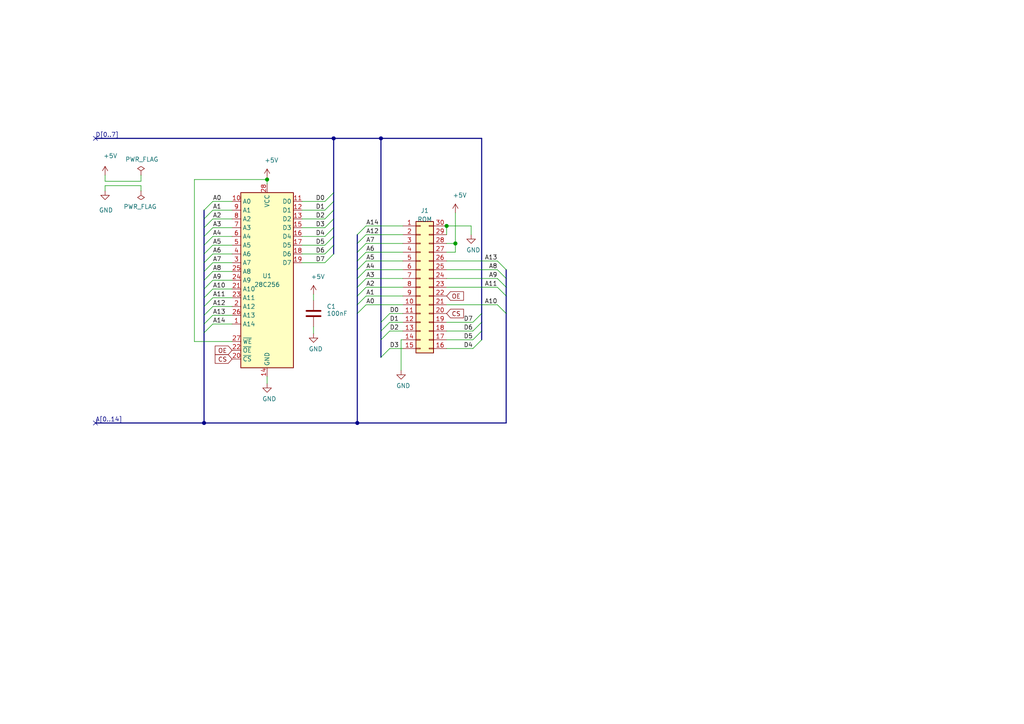
<source format=kicad_sch>
(kicad_sch (version 20201015) (generator eeschema)
  (paper "A4")
  (lib_symbols
    (symbol "Connector_Generic:Conn_02x15_Counter_Clockwise" (pin_names (offset 1.016) hide)
      (property "Reference" "J" (at 1.27 20.32 0))
      (property "Value" "Conn_02x15_Counter_Clockwise" (at 1.27 -20.32 0))
      (symbol "Conn_02x15_Counter_Clockwise_1_1"
        (rectangle (start -1.27 -4.953) (end 0 -5.207) (stroke (width 0.1524)))
        (rectangle (start -1.27 -7.493) (end 0 -7.747) (stroke (width 0.1524)))
        (rectangle (start -1.27 -10.033) (end 0 -10.287) (stroke (width 0.1524)))
        (rectangle (start -1.27 -12.573) (end 0 -12.827) (stroke (width 0.1524)))
        (rectangle (start -1.27 -15.113) (end 0 -15.367) (stroke (width 0.1524)))
        (rectangle (start -1.27 -17.653) (end 0 -17.907) (stroke (width 0.1524)))
        (rectangle (start -1.27 -2.413) (end 0 -2.667) (stroke (width 0.1524)))
        (rectangle (start -1.27 2.667) (end 0 2.413) (stroke (width 0.1524)))
        (rectangle (start -1.27 5.207) (end 0 4.953) (stroke (width 0.1524)))
        (rectangle (start -1.27 7.747) (end 0 7.493) (stroke (width 0.1524)))
        (rectangle (start -1.27 10.287) (end 0 10.033) (stroke (width 0.1524)))
        (rectangle (start -1.27 0.127) (end 0 -0.127) (stroke (width 0.1524)))
        (rectangle (start -1.27 12.827) (end 0 12.573) (stroke (width 0.1524)))
        (rectangle (start -1.27 15.367) (end 0 15.113) (stroke (width 0.1524)))
        (rectangle (start -1.27 17.907) (end 0 17.653) (stroke (width 0.1524)))
        (rectangle (start -1.27 19.05) (end 3.81 -19.05) (stroke (width 0.254)) (fill (type background)))
        (rectangle (start 3.81 -4.953) (end 2.54 -5.207) (stroke (width 0.1524)))
        (rectangle (start 3.81 -7.493) (end 2.54 -7.747) (stroke (width 0.1524)))
        (rectangle (start 3.81 -10.033) (end 2.54 -10.287) (stroke (width 0.1524)))
        (rectangle (start 3.81 -12.573) (end 2.54 -12.827) (stroke (width 0.1524)))
        (rectangle (start 3.81 -15.113) (end 2.54 -15.367) (stroke (width 0.1524)))
        (rectangle (start 3.81 -17.653) (end 2.54 -17.907) (stroke (width 0.1524)))
        (rectangle (start 3.81 -2.413) (end 2.54 -2.667) (stroke (width 0.1524)))
        (rectangle (start 3.81 2.667) (end 2.54 2.413) (stroke (width 0.1524)))
        (rectangle (start 3.81 5.207) (end 2.54 4.953) (stroke (width 0.1524)))
        (rectangle (start 3.81 7.747) (end 2.54 7.493) (stroke (width 0.1524)))
        (rectangle (start 3.81 10.287) (end 2.54 10.033) (stroke (width 0.1524)))
        (rectangle (start 3.81 0.127) (end 2.54 -0.127) (stroke (width 0.1524)))
        (rectangle (start 3.81 12.827) (end 2.54 12.573) (stroke (width 0.1524)))
        (rectangle (start 3.81 15.367) (end 2.54 15.113) (stroke (width 0.1524)))
        (rectangle (start 3.81 17.907) (end 2.54 17.653) (stroke (width 0.1524)))
        (pin passive line (at -5.08 17.78 0) (length 3.81) (name "Pin_1") (number "1"))
        (pin passive line (at -5.08 -5.08 0) (length 3.81) (name "Pin_10") (number "10"))
        (pin passive line (at -5.08 -7.62 0) (length 3.81) (name "Pin_11") (number "11"))
        (pin passive line (at -5.08 -10.16 0) (length 3.81) (name "Pin_12") (number "12"))
        (pin passive line (at -5.08 -12.7 0) (length 3.81) (name "Pin_13") (number "13"))
        (pin passive line (at -5.08 -15.24 0) (length 3.81) (name "Pin_14") (number "14"))
        (pin passive line (at -5.08 -17.78 0) (length 3.81) (name "Pin_15") (number "15"))
        (pin passive line (at 7.62 -17.78 180) (length 3.81) (name "Pin_16") (number "16"))
        (pin passive line (at 7.62 -15.24 180) (length 3.81) (name "Pin_17") (number "17"))
        (pin passive line (at 7.62 -12.7 180) (length 3.81) (name "Pin_18") (number "18"))
        (pin passive line (at 7.62 -10.16 180) (length 3.81) (name "Pin_19") (number "19"))
        (pin passive line (at -5.08 15.24 0) (length 3.81) (name "Pin_2") (number "2"))
        (pin passive line (at 7.62 -7.62 180) (length 3.81) (name "Pin_20") (number "20"))
        (pin passive line (at 7.62 -5.08 180) (length 3.81) (name "Pin_21") (number "21"))
        (pin passive line (at 7.62 -2.54 180) (length 3.81) (name "Pin_22") (number "22"))
        (pin passive line (at 7.62 0 180) (length 3.81) (name "Pin_23") (number "23"))
        (pin passive line (at 7.62 2.54 180) (length 3.81) (name "Pin_24") (number "24"))
        (pin passive line (at 7.62 5.08 180) (length 3.81) (name "Pin_25") (number "25"))
        (pin passive line (at 7.62 7.62 180) (length 3.81) (name "Pin_26") (number "26"))
        (pin passive line (at 7.62 10.16 180) (length 3.81) (name "Pin_27") (number "27"))
        (pin passive line (at 7.62 12.7 180) (length 3.81) (name "Pin_28") (number "28"))
        (pin passive line (at 7.62 15.24 180) (length 3.81) (name "Pin_29") (number "29"))
        (pin passive line (at -5.08 12.7 0) (length 3.81) (name "Pin_3") (number "3"))
        (pin passive line (at 7.62 17.78 180) (length 3.81) (name "Pin_30") (number "30"))
        (pin passive line (at -5.08 10.16 0) (length 3.81) (name "Pin_4") (number "4"))
        (pin passive line (at -5.08 7.62 0) (length 3.81) (name "Pin_5") (number "5"))
        (pin passive line (at -5.08 5.08 0) (length 3.81) (name "Pin_6") (number "6"))
        (pin passive line (at -5.08 2.54 0) (length 3.81) (name "Pin_7") (number "7"))
        (pin passive line (at -5.08 0 0) (length 3.81) (name "Pin_8") (number "8"))
        (pin passive line (at -5.08 -2.54 0) (length 3.81) (name "Pin_9") (number "9"))
      )
    )
    (symbol "Device:C" (pin_numbers hide) (pin_names (offset 0.254))
      (property "Reference" "C" (at 0.635 2.54 0))
      (property "Value" "C" (at 0.635 -2.54 0))
      (symbol "C_0_1"
        (polyline (pts (xy -2.032 -0.762) (xy 2.032 -0.762)) (stroke (width 0.508)))
        (polyline (pts (xy -2.032 0.762) (xy 2.032 0.762)) (stroke (width 0.508)))
      )
      (symbol "C_1_1"
        (pin passive line (at 0 3.81 270) (length 2.794) (name "~") (number "1"))
        (pin passive line (at 0 -3.81 90) (length 2.794) (name "~") (number "2"))
      )
    )
    (symbol "Memory_EEPROM:28C256"
      (property "Reference" "U" (at -7.62 26.67 0))
      (property "Value" "28C256" (at 2.54 -26.67 0))
      (symbol "28C256_1_1"
        (rectangle (start -7.62 25.4) (end 7.62 -25.4) (stroke (width 0.254)) (fill (type background)))
        (pin input line (at -10.16 -12.7 0) (length 2.54) (name "A14") (number "1"))
        (pin input line (at -10.16 22.86 0) (length 2.54) (name "A0") (number "10"))
        (pin tri_state line (at 10.16 22.86 180) (length 2.54) (name "D0") (number "11"))
        (pin tri_state line (at 10.16 20.32 180) (length 2.54) (name "D1") (number "12"))
        (pin tri_state line (at 10.16 17.78 180) (length 2.54) (name "D2") (number "13"))
        (pin power_in line (at 0 -27.94 90) (length 2.54) (name "GND") (number "14"))
        (pin tri_state line (at 10.16 15.24 180) (length 2.54) (name "D3") (number "15"))
        (pin tri_state line (at 10.16 12.7 180) (length 2.54) (name "D4") (number "16"))
        (pin tri_state line (at 10.16 10.16 180) (length 2.54) (name "D5") (number "17"))
        (pin tri_state line (at 10.16 7.62 180) (length 2.54) (name "D6") (number "18"))
        (pin tri_state line (at 10.16 5.08 180) (length 2.54) (name "D7") (number "19"))
        (pin input line (at -10.16 -7.62 0) (length 2.54) (name "A12") (number "2"))
        (pin input line (at -10.16 -22.86 0) (length 2.54) (name "~CS") (number "20"))
        (pin input line (at -10.16 -2.54 0) (length 2.54) (name "A10") (number "21"))
        (pin input line (at -10.16 -20.32 0) (length 2.54) (name "~OE") (number "22"))
        (pin input line (at -10.16 -5.08 0) (length 2.54) (name "A11") (number "23"))
        (pin input line (at -10.16 0 0) (length 2.54) (name "A9") (number "24"))
        (pin input line (at -10.16 2.54 0) (length 2.54) (name "A8") (number "25"))
        (pin input line (at -10.16 -10.16 0) (length 2.54) (name "A13") (number "26"))
        (pin input line (at -10.16 -17.78 0) (length 2.54) (name "~WE") (number "27"))
        (pin power_in line (at 0 27.94 270) (length 2.54) (name "VCC") (number "28"))
        (pin input line (at -10.16 5.08 0) (length 2.54) (name "A7") (number "3"))
        (pin input line (at -10.16 7.62 0) (length 2.54) (name "A6") (number "4"))
        (pin input line (at -10.16 10.16 0) (length 2.54) (name "A5") (number "5"))
        (pin input line (at -10.16 12.7 0) (length 2.54) (name "A4") (number "6"))
        (pin input line (at -10.16 15.24 0) (length 2.54) (name "A3") (number "7"))
        (pin input line (at -10.16 17.78 0) (length 2.54) (name "A2") (number "8"))
        (pin input line (at -10.16 20.32 0) (length 2.54) (name "A1") (number "9"))
      )
    )
    (symbol "power:+5V" (power) (pin_names (offset 0))
      (property "Value" "+5V" (at 0 3.556 0))
      (symbol "+5V_0_1"
        (polyline (pts (xy -0.762 1.27) (xy 0 2.54)))
        (polyline (pts (xy 0 0) (xy 0 2.54)))
        (polyline (pts (xy 0 2.54) (xy 0.762 1.27)))
      )
      (symbol "+5V_1_1"
        (pin power_in line (at 0 0 90) (length 0) hide (name "+5V") (number "1"))
      )
    )
    (symbol "power:GND" (power) (pin_names (offset 0))
      (property "Value" "GND" (at 0 -3.81 0))
      (symbol "GND_0_1"
        (polyline (pts (xy 0 0) (xy 0 -1.27) (xy 1.27 -1.27) (xy 0 -2.54) (xy -1.27 -1.27) (xy 0 -1.27)))
      )
      (symbol "GND_1_1"
        (pin power_in line (at 0 0 270) (length 0) hide (name "GND") (number "1"))
      )
    )
    (symbol "power:PWR_FLAG" (power) (pin_numbers hide) (pin_names (offset 0) hide)
      (property "Value" "PWR_FLAG" (at 0 3.81 0))
      (symbol "PWR_FLAG_0_0"
        (pin power_out line (at 0 0 90) (length 0) (name "pwr") (number "1"))
      )
      (symbol "PWR_FLAG_0_1"
        (polyline (pts (xy 0 0) (xy 0 1.27) (xy -1.016 1.905) (xy 0 2.54) (xy 1.016 1.905) (xy 0 1.27)))
      )
    )
  )
  (junction (at 77.47 52.07) (diameter 1.016))
  (junction (at 129.54 65.532) (diameter 1.016))
  (junction (at 132.08 70.612) (diameter 1.016))
  (junction (at 59.182 122.682) (diameter 1.016))
  (junction (at 96.774 40.132) (diameter 1.016))
  (junction (at 103.632 122.682) (diameter 1.016))
  (junction (at 110.49 40.132) (diameter 1.016))
  (no_connect (at 27.686 40.132))
  (no_connect (at 27.686 122.682))
  (bus_entry (at 59.182 60.96) (size 2.54 -2.54) (stroke (width 0.1524)))
  (bus_entry (at 59.182 63.5) (size 2.54 -2.54) (stroke (width 0.1524)))
  (bus_entry (at 59.182 66.04) (size 2.54 -2.54) (stroke (width 0.1524)))
  (bus_entry (at 59.182 68.58) (size 2.54 -2.54) (stroke (width 0.1524)))
  (bus_entry (at 59.182 71.12) (size 2.54 -2.54) (stroke (width 0.1524)))
  (bus_entry (at 59.182 73.66) (size 2.54 -2.54) (stroke (width 0.1524)))
  (bus_entry (at 59.182 76.2) (size 2.54 -2.54) (stroke (width 0.1524)))
  (bus_entry (at 59.182 78.74) (size 2.54 -2.54) (stroke (width 0.1524)))
  (bus_entry (at 59.182 81.28) (size 2.54 -2.54) (stroke (width 0.1524)))
  (bus_entry (at 59.182 83.82) (size 2.54 -2.54) (stroke (width 0.1524)))
  (bus_entry (at 59.182 86.36) (size 2.54 -2.54) (stroke (width 0.1524)))
  (bus_entry (at 59.182 88.9) (size 2.54 -2.54) (stroke (width 0.1524)))
  (bus_entry (at 59.182 91.44) (size 2.54 -2.54) (stroke (width 0.1524)))
  (bus_entry (at 59.182 93.98) (size 2.54 -2.54) (stroke (width 0.1524)))
  (bus_entry (at 59.182 96.52) (size 2.54 -2.54) (stroke (width 0.1524)))
  (bus_entry (at 94.234 58.42) (size 2.54 -2.54) (stroke (width 0.1524)))
  (bus_entry (at 94.234 60.96) (size 2.54 -2.54) (stroke (width 0.1524)))
  (bus_entry (at 94.234 63.5) (size 2.54 -2.54) (stroke (width 0.1524)))
  (bus_entry (at 94.234 66.04) (size 2.54 -2.54) (stroke (width 0.1524)))
  (bus_entry (at 94.234 68.58) (size 2.54 -2.54) (stroke (width 0.1524)))
  (bus_entry (at 94.234 71.12) (size 2.54 -2.54) (stroke (width 0.1524)))
  (bus_entry (at 94.234 73.66) (size 2.54 -2.54) (stroke (width 0.1524)))
  (bus_entry (at 94.234 76.2) (size 2.54 -2.54) (stroke (width 0.1524)))
  (bus_entry (at 103.632 68.072) (size 2.54 -2.54) (stroke (width 0.1524)))
  (bus_entry (at 103.632 70.612) (size 2.54 -2.54) (stroke (width 0.1524)))
  (bus_entry (at 103.632 73.152) (size 2.54 -2.54) (stroke (width 0.1524)))
  (bus_entry (at 103.632 75.692) (size 2.54 -2.54) (stroke (width 0.1524)))
  (bus_entry (at 103.632 78.232) (size 2.54 -2.54) (stroke (width 0.1524)))
  (bus_entry (at 103.632 80.772) (size 2.54 -2.54) (stroke (width 0.1524)))
  (bus_entry (at 103.632 83.312) (size 2.54 -2.54) (stroke (width 0.1524)))
  (bus_entry (at 103.632 85.852) (size 2.54 -2.54) (stroke (width 0.1524)))
  (bus_entry (at 103.632 88.392) (size 2.54 -2.54) (stroke (width 0.1524)))
  (bus_entry (at 103.632 90.932) (size 2.54 -2.54) (stroke (width 0.1524)))
  (bus_entry (at 110.49 96.012) (size 2.54 -2.54) (stroke (width 0.1524)))
  (bus_entry (at 110.49 98.552) (size 2.54 -2.54) (stroke (width 0.1524)))
  (bus_entry (at 110.49 103.632) (size 2.54 -2.54) (stroke (width 0.1524)))
  (bus_entry (at 113.03 90.932) (size -2.54 2.54) (stroke (width 0.1524)))
  (bus_entry (at 137.16 93.472) (size 2.54 -2.54) (stroke (width 0.1524)))
  (bus_entry (at 137.16 96.012) (size 2.54 -2.54) (stroke (width 0.1524)))
  (bus_entry (at 137.16 98.552) (size 2.54 -2.54) (stroke (width 0.1524)))
  (bus_entry (at 137.16 101.092) (size 2.54 -2.54) (stroke (width 0.1524)))
  (bus_entry (at 144.272 75.692) (size 2.54 2.54) (stroke (width 0.1524)))
  (bus_entry (at 144.272 78.232) (size 2.54 2.54) (stroke (width 0.1524)))
  (bus_entry (at 144.272 80.772) (size 2.54 2.54) (stroke (width 0.1524)))
  (bus_entry (at 144.272 83.312) (size 2.54 2.54) (stroke (width 0.1524)))
  (bus_entry (at 144.272 88.392) (size 2.54 2.54) (stroke (width 0.1524)))
  (wire (pts (xy 30.48 50.8) (xy 30.48 52.578)))
  (wire (pts (xy 30.48 52.578) (xy 40.894 52.578)))
  (wire (pts (xy 30.48 53.848) (xy 40.894 53.848)))
  (wire (pts (xy 30.48 55.372) (xy 30.48 53.848)))
  (wire (pts (xy 40.894 52.578) (xy 40.894 50.8)))
  (wire (pts (xy 40.894 53.848) (xy 40.894 55.372)))
  (wire (pts (xy 56.388 52.07) (xy 77.47 52.07)))
  (wire (pts (xy 56.388 99.06) (xy 56.388 52.07)))
  (wire (pts (xy 61.722 58.42) (xy 67.31 58.42)))
  (wire (pts (xy 61.722 60.96) (xy 67.31 60.96)))
  (wire (pts (xy 61.722 63.5) (xy 67.31 63.5)))
  (wire (pts (xy 61.722 66.04) (xy 67.31 66.04)))
  (wire (pts (xy 61.722 68.58) (xy 67.31 68.58)))
  (wire (pts (xy 61.722 71.12) (xy 67.31 71.12)))
  (wire (pts (xy 61.722 73.66) (xy 67.31 73.66)))
  (wire (pts (xy 61.722 76.2) (xy 67.31 76.2)))
  (wire (pts (xy 61.722 78.74) (xy 67.31 78.74)))
  (wire (pts (xy 61.722 81.28) (xy 67.31 81.28)))
  (wire (pts (xy 61.722 83.82) (xy 67.31 83.82)))
  (wire (pts (xy 61.722 86.36) (xy 67.31 86.36)))
  (wire (pts (xy 61.722 88.9) (xy 67.31 88.9)))
  (wire (pts (xy 61.722 91.44) (xy 67.31 91.44)))
  (wire (pts (xy 61.722 93.98) (xy 67.31 93.98)))
  (wire (pts (xy 67.31 99.06) (xy 56.388 99.06)))
  (wire (pts (xy 77.47 51.562) (xy 77.47 52.07)))
  (wire (pts (xy 77.47 52.07) (xy 77.47 53.34)))
  (wire (pts (xy 77.47 109.22) (xy 77.47 111.252)))
  (wire (pts (xy 87.63 58.42) (xy 94.234 58.42)))
  (wire (pts (xy 87.63 60.96) (xy 94.234 60.96)))
  (wire (pts (xy 87.63 63.5) (xy 94.234 63.5)))
  (wire (pts (xy 87.63 66.04) (xy 94.234 66.04)))
  (wire (pts (xy 87.63 68.58) (xy 94.234 68.58)))
  (wire (pts (xy 87.63 71.12) (xy 94.234 71.12)))
  (wire (pts (xy 87.63 73.66) (xy 94.234 73.66)))
  (wire (pts (xy 87.63 76.2) (xy 94.234 76.2)))
  (wire (pts (xy 90.932 85.344) (xy 90.932 87.122)))
  (wire (pts (xy 90.932 94.742) (xy 90.932 96.774)))
  (wire (pts (xy 106.172 65.532) (xy 116.84 65.532)))
  (wire (pts (xy 106.172 68.072) (xy 116.84 68.072)))
  (wire (pts (xy 106.172 70.612) (xy 116.84 70.612)))
  (wire (pts (xy 106.172 73.152) (xy 116.84 73.152)))
  (wire (pts (xy 106.172 75.692) (xy 116.84 75.692)))
  (wire (pts (xy 106.172 78.232) (xy 116.84 78.232)))
  (wire (pts (xy 106.172 80.772) (xy 116.84 80.772)))
  (wire (pts (xy 106.172 83.312) (xy 116.84 83.312)))
  (wire (pts (xy 106.172 85.852) (xy 116.84 85.852)))
  (wire (pts (xy 106.172 88.392) (xy 116.84 88.392)))
  (wire (pts (xy 113.03 90.932) (xy 116.84 90.932)))
  (wire (pts (xy 113.03 93.472) (xy 116.84 93.472)))
  (wire (pts (xy 113.03 96.012) (xy 116.84 96.012)))
  (wire (pts (xy 113.03 101.092) (xy 116.84 101.092)))
  (wire (pts (xy 116.332 98.552) (xy 116.332 107.442)))
  (wire (pts (xy 116.84 98.552) (xy 116.332 98.552)))
  (wire (pts (xy 129.54 65.532) (xy 129.54 68.072)))
  (wire (pts (xy 129.54 65.532) (xy 136.652 65.532)))
  (wire (pts (xy 129.54 73.152) (xy 132.08 73.152)))
  (wire (pts (xy 129.54 75.692) (xy 144.272 75.692)))
  (wire (pts (xy 129.54 78.232) (xy 144.272 78.232)))
  (wire (pts (xy 129.54 80.772) (xy 144.272 80.772)))
  (wire (pts (xy 129.54 83.312) (xy 144.272 83.312)))
  (wire (pts (xy 129.54 88.392) (xy 144.272 88.392)))
  (wire (pts (xy 129.54 93.472) (xy 137.16 93.472)))
  (wire (pts (xy 129.54 96.012) (xy 137.16 96.012)))
  (wire (pts (xy 129.54 98.552) (xy 137.16 98.552)))
  (wire (pts (xy 129.54 101.092) (xy 137.16 101.092)))
  (wire (pts (xy 132.08 61.722) (xy 132.08 70.612)))
  (wire (pts (xy 132.08 70.612) (xy 129.54 70.612)))
  (wire (pts (xy 132.08 73.152) (xy 132.08 70.612)))
  (wire (pts (xy 136.652 65.532) (xy 136.652 68.072)))
  (bus (pts (xy 27.686 122.682) (xy 59.182 122.682)))
  (bus (pts (xy 59.182 63.5) (xy 59.182 60.96)))
  (bus (pts (xy 59.182 66.04) (xy 59.182 63.5)))
  (bus (pts (xy 59.182 68.58) (xy 59.182 66.04)))
  (bus (pts (xy 59.182 71.12) (xy 59.182 68.58)))
  (bus (pts (xy 59.182 73.66) (xy 59.182 71.12)))
  (bus (pts (xy 59.182 76.2) (xy 59.182 73.66)))
  (bus (pts (xy 59.182 78.74) (xy 59.182 76.2)))
  (bus (pts (xy 59.182 81.28) (xy 59.182 78.74)))
  (bus (pts (xy 59.182 83.82) (xy 59.182 81.28)))
  (bus (pts (xy 59.182 86.36) (xy 59.182 83.82)))
  (bus (pts (xy 59.182 88.9) (xy 59.182 86.36)))
  (bus (pts (xy 59.182 91.44) (xy 59.182 88.9)))
  (bus (pts (xy 59.182 91.44) (xy 59.182 93.98)))
  (bus (pts (xy 59.182 93.98) (xy 59.182 96.52)))
  (bus (pts (xy 59.182 96.52) (xy 59.182 122.682)))
  (bus (pts (xy 59.182 122.682) (xy 103.632 122.682)))
  (bus (pts (xy 96.774 40.132) (xy 27.686 40.132)))
  (bus (pts (xy 96.774 40.132) (xy 110.49 40.132)))
  (bus (pts (xy 96.774 55.88) (xy 96.774 40.132)))
  (bus (pts (xy 96.774 55.88) (xy 96.774 58.42)))
  (bus (pts (xy 96.774 58.42) (xy 96.774 60.96)))
  (bus (pts (xy 96.774 60.96) (xy 96.774 63.5)))
  (bus (pts (xy 96.774 63.5) (xy 96.774 66.04)))
  (bus (pts (xy 96.774 66.04) (xy 96.774 68.58)))
  (bus (pts (xy 96.774 68.58) (xy 96.774 71.12)))
  (bus (pts (xy 96.774 71.12) (xy 96.774 73.66)))
  (bus (pts (xy 103.632 70.612) (xy 103.632 68.072)))
  (bus (pts (xy 103.632 73.152) (xy 103.632 70.612)))
  (bus (pts (xy 103.632 75.692) (xy 103.632 73.152)))
  (bus (pts (xy 103.632 78.232) (xy 103.632 75.692)))
  (bus (pts (xy 103.632 80.772) (xy 103.632 78.232)))
  (bus (pts (xy 103.632 83.312) (xy 103.632 80.772)))
  (bus (pts (xy 103.632 85.852) (xy 103.632 83.312)))
  (bus (pts (xy 103.632 85.852) (xy 103.632 88.392)))
  (bus (pts (xy 103.632 90.932) (xy 103.632 88.392)))
  (bus (pts (xy 103.632 90.932) (xy 103.632 122.682)))
  (bus (pts (xy 103.632 122.682) (xy 146.812 122.682)))
  (bus (pts (xy 110.49 40.132) (xy 110.49 93.472)))
  (bus (pts (xy 110.49 40.132) (xy 139.7 40.132)))
  (bus (pts (xy 110.49 93.472) (xy 110.49 96.012)))
  (bus (pts (xy 110.49 98.552) (xy 110.49 96.012)))
  (bus (pts (xy 110.49 103.632) (xy 110.49 98.552)))
  (bus (pts (xy 139.7 40.132) (xy 139.7 90.932)))
  (bus (pts (xy 139.7 90.932) (xy 139.7 93.472)))
  (bus (pts (xy 139.7 96.012) (xy 139.7 93.472)))
  (bus (pts (xy 139.7 98.552) (xy 139.7 96.012)))
  (bus (pts (xy 146.812 80.772) (xy 146.812 78.232)))
  (bus (pts (xy 146.812 83.312) (xy 146.812 80.772)))
  (bus (pts (xy 146.812 85.852) (xy 146.812 83.312)))
  (bus (pts (xy 146.812 85.852) (xy 146.812 90.932)))
  (bus (pts (xy 146.812 90.932) (xy 146.812 122.682)))
  (label "D[0..7]" (at 27.686 40.132 0))
  (label "A[0..14]" (at 27.686 122.682 0))
  (label "A0" (at 61.722 58.42 0))
  (label "A1" (at 61.722 60.96 0))
  (label "A2" (at 61.722 63.5 0))
  (label "A3" (at 61.722 66.04 0))
  (label "A4" (at 61.722 68.58 0))
  (label "A5" (at 61.722 71.12 0))
  (label "A6" (at 61.722 73.66 0))
  (label "A7" (at 61.722 76.2 0))
  (label "A8" (at 61.722 78.74 0))
  (label "A9" (at 61.722 81.28 0))
  (label "A10" (at 61.722 83.82 0))
  (label "A11" (at 61.722 86.36 0))
  (label "A12" (at 61.722 88.9 0))
  (label "A13" (at 61.722 91.44 0))
  (label "A14" (at 61.722 93.98 0))
  (label "D0" (at 94.234 58.42 180))
  (label "D1" (at 94.234 60.96 180))
  (label "D2" (at 94.234 63.5 180))
  (label "D3" (at 94.234 66.04 180))
  (label "D4" (at 94.234 68.58 180))
  (label "D5" (at 94.234 71.12 180))
  (label "D6" (at 94.234 73.66 180))
  (label "D7" (at 94.234 76.2 180))
  (label "A14" (at 106.172 65.532 0))
  (label "A12" (at 106.172 68.072 0))
  (label "A7" (at 106.172 70.612 0))
  (label "A6" (at 106.172 73.152 0))
  (label "A5" (at 106.172 75.692 0))
  (label "A4" (at 106.172 78.232 0))
  (label "A3" (at 106.172 80.772 0))
  (label "A2" (at 106.172 83.312 0))
  (label "A1" (at 106.172 85.852 0))
  (label "A0" (at 106.172 88.392 0))
  (label "D0" (at 113.03 90.932 0))
  (label "D1" (at 113.03 93.472 0))
  (label "D2" (at 113.03 96.012 0))
  (label "D3" (at 113.03 101.092 0))
  (label "D7" (at 137.16 93.472 180))
  (label "D6" (at 137.16 96.012 180))
  (label "D5" (at 137.16 98.552 180))
  (label "D4" (at 137.16 101.092 180))
  (label "A13" (at 144.272 75.692 180))
  (label "A8" (at 144.272 78.232 180))
  (label "A9" (at 144.272 80.772 180))
  (label "A11" (at 144.272 83.312 180))
  (label "A10" (at 144.272 88.392 180))
  (global_label "OE" (shape input) (at 67.31 101.6 180) (property "Intersheet References" "${INTERSHEET_REFS}" (effects hide)))
  (global_label "CS" (shape input) (at 67.31 104.14 180) (property "Intersheet References" "${INTERSHEET_REFS}" (effects hide)))
  (global_label "OE" (shape input) (at 129.54 85.852 0) (property "Intersheet References" "${INTERSHEET_REFS}" (effects hide)))
  (global_label "CS" (shape input) (at 129.54 90.932 0) (property "Intersheet References" "${INTERSHEET_REFS}" (effects hide)))
  (symbol (lib_id "power:PWR_FLAG") (at 40.894 50.8 0) (unit 1)
    (property "Reference" "#FLG0101" (effects hide))
    (property "Value" "PWR_FLAG" (at 41.148 46.228 0))
  )
  (symbol (lib_id "power:PWR_FLAG") (at 40.894 55.372 180) (unit 1)
    (property "Reference" "#FLG0102" (effects hide))
    (property "Value" "PWR_FLAG" (at 40.64 59.944 0))
  )
  (symbol (lib_id "power:+5V") (at 30.48 50.8 0) (unit 1)
    (property "Reference" "#PWR0108" (effects hide))
    (property "Value" "+5V" (at 32.004 45.212 0))
  )
  (symbol (lib_id "power:+5V") (at 77.47 51.562 0) (unit 1)
    (property "Reference" "#PWR0101" (effects hide))
    (property "Value" "+5V" (at 78.74 46.482 0))
  )
  (symbol (lib_id "power:+5V") (at 90.932 85.344 0) (unit 1)
    (property "Reference" "#PWR0105" (effects hide))
    (property "Value" "+5V" (at 92.202 80.264 0))
  )
  (symbol (lib_id "power:+5V") (at 132.08 61.722 0) (unit 1)
    (property "Reference" "#PWR0104" (effects hide))
    (property "Value" "+5V" (at 133.35 56.642 0))
  )
  (symbol (lib_id "power:GND") (at 30.48 55.372 0) (unit 1)
    (property "Reference" "#PWR0109" (effects hide))
    (property "Value" "GND" (at 30.734 60.96 0))
  )
  (symbol (lib_id "power:GND") (at 77.47 111.252 0) (unit 1)
    (property "Reference" "#PWR0102" (effects hide))
    (property "Value" "GND" (at 78.105 115.697 0))
  )
  (symbol (lib_id "power:GND") (at 90.932 96.774 0) (unit 1)
    (property "Reference" "#PWR0106" (effects hide))
    (property "Value" "GND" (at 91.567 101.219 0))
  )
  (symbol (lib_id "power:GND") (at 116.332 107.442 0) (unit 1)
    (property "Reference" "#PWR0103" (effects hide))
    (property "Value" "GND" (at 116.967 111.887 0))
  )
  (symbol (lib_id "power:GND") (at 136.652 68.072 0) (unit 1)
    (property "Reference" "#PWR0107" (effects hide))
    (property "Value" "GND" (at 137.287 72.517 0))
  )
  (symbol (lib_id "Device:C") (at 90.932 90.932 0) (unit 1)
    (property "Reference" "C1" (at 94.742 88.9 0) (effects (justify left)))
    (property "Value" "100nF" (at 94.742 90.932 0) (effects (justify left)))
    (property "Footprint" "Capacitor_THT:C_Disc_D5.0mm_W2.5mm_P2.50mm" (effects hide))
  )
  (symbol (lib_id "Connector_Generic:Conn_02x15_Counter_Clockwise") (at 121.92 83.312 0) (unit 1)
    (property "Reference" "J1" (at 123.19 61.087 0))
    (property "Value" "ROM" (at 123.19 63.627 0))
    (property "Footprint" "Connector_PinHeader_2.54mm:PinHeader_2x15_P2.54mm_Horizontal" (effects hide))
  )
  (symbol (lib_id "Memory_EEPROM:28C256") (at 77.47 81.28 0) (unit 1)
    (property "Reference" "U1" (at 77.47 80.01 0))
    (property "Value" "28C256" (at 77.47 82.55 0))
    (property "Footprint" "Package_DIP:DIP-28_W15.24mm" (effects hide))
    (property "Datasheet" "http://ww1.microchip.com/downloads/en/DeviceDoc/doc0006.pdf" (effects hide))
  )
)
</source>
